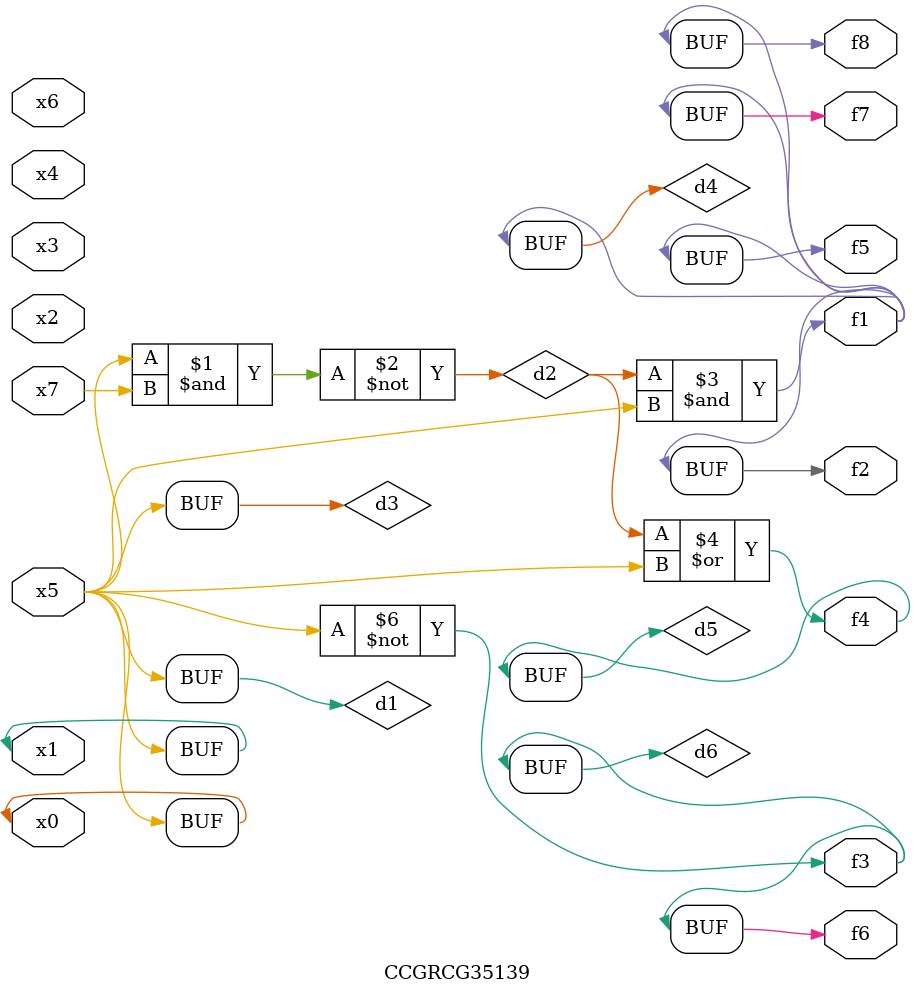
<source format=v>
module CCGRCG35139(
	input x0, x1, x2, x3, x4, x5, x6, x7,
	output f1, f2, f3, f4, f5, f6, f7, f8
);

	wire d1, d2, d3, d4, d5, d6;

	buf (d1, x0, x5);
	nand (d2, x5, x7);
	buf (d3, x0, x1);
	and (d4, d2, d3);
	or (d5, d2, d3);
	nor (d6, d1, d3);
	assign f1 = d4;
	assign f2 = d4;
	assign f3 = d6;
	assign f4 = d5;
	assign f5 = d4;
	assign f6 = d6;
	assign f7 = d4;
	assign f8 = d4;
endmodule

</source>
